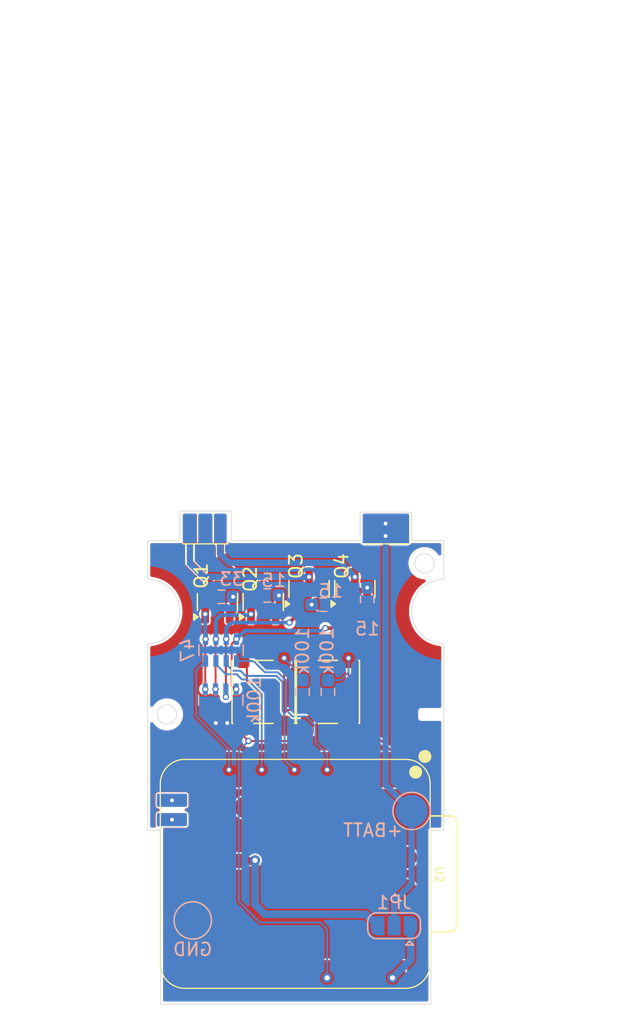
<source format=kicad_pcb>
(kicad_pcb (version 20241229) (generator "pcbnew") (generator_version "9.0")
  (layers (0 "F.Cu" signal) (2 "B.Cu" signal) (13 "F.Paste" user) (15 "B.Paste" user) (5 "F.SilkS" user "F.Silkscreen") (7 "B.SilkS" user "B.Silkscreen") (1 "F.Mask" user) (3 "B.Mask" user) (25 "Edge.Cuts" user))
  (net 0 "")
  (net 1 "+BATT")
  (net 2 "GND")
  (net 3 "/SW1")
  (net 4 "+3.3V")
  (net 5 "/SW2")
  (net 6 "Net-(Q1-S)")
  (net 7 "Net-(Q2-S)")
  (net 8 "/LED_R")
  (net 9 "Net-(Q3-S)")
  (net 10 "Net-(Q4-S)")
  (net 11 "/LED_G")
  (net 12 "/LED_B")
  (net 13 "/LED_W")
  (net 14 "Net-(Q1-G)")
  (net 15 "Net-(Q2-G)")
  (net 16 "Net-(Q3-G)")
  (net 17 "Net-(Q4-G)")
  (net 18 "/PWM_R")
  (net 19 "/PWM_G")
  (net 20 "/PWM_W")
  (net 21 "/PWM_B")
  (net 22 "Net-(JP1-A)")
  (net 23 "Net-(JP1-B)")
  (net 29 "unconnected-(U2-P1.03_NFC2-Pad33)")
  (net 45 "unconnected-(U2-P1.02_NFC1-Pad34)")
  (footprint "Button_Switch_SMD:SW_SPST_PTS647_Sx38" (layer "F.Cu") (at 194 119.25 90)
    (property "Reference" "SW2" (hide yes))
    (property "Value" "SW_Push" (hide yes))
    (fp_line (start 2.45 -2.45) (end 2.45 -2.4) (stroke (width 0.12)) (layer "F.SilkS"))
    (fp_line (start -2.45 -2.45) (end 2.45 -2.45) (stroke (width 0.12)) (layer "F.SilkS"))
    (fp_line (start -2.45 -2.45) (end -2.45 -2.4) (stroke (width 0.12)) (layer "F.SilkS"))
    (fp_line (start 2.45 -0.75) (end 2.45 0.75) (stroke (width 0.12)) (layer "F.SilkS"))
    (fp_line (start -2.45 -0.75) (end -2.45 0.75) (stroke (width 0.12)) (layer "F.SilkS"))
    (fp_line (start 2.45 2.45) (end 2.45 2.4) (stroke (width 0.12)) (layer "F.SilkS"))
    (fp_line (start -2.45 2.45) (end -2.45 2.4) (stroke (width 0.12)) (layer "F.SilkS"))
    (fp_line (start -2.45 2.45) (end 2.45 2.45) (stroke (width 0.12)) (layer "F.SilkS"))
    (pad "1" smd roundrect (at -2.625 -1.6 90) (size 1.55 1) (layers "F.Cu" "F.Mask" "F.Paste") (net 4 "+3.3V"))
    (pad "1" smd roundrect (at 2.625 -1.6 90) (size 1.55 1) (layers "F.Cu" "F.Mask" "F.Paste") (net 4 "+3.3V"))
    (pad "2" smd roundrect (at -2.625 1.6 90) (size 1.55 1) (layers "F.Cu" "F.Mask" "F.Paste") (net 5 "/SW2"))
    (pad "2" smd roundrect (at 2.625 1.6 90) (size 1.55 1) (layers "F.Cu" "F.Mask" "F.Paste") (net 5 "/SW2"))
  )
  (footprint "Package_TO_SOT_SMD:SOT-23" (layer "F.Cu") (at 192.532 111.252 90)
    (property "Reference" "Q3" (at 1.778 -1.016 90) (layer "F.SilkS"))
    (property "Value" "IRLML0030" (hide yes))
    (fp_line (start 0 -1.56) (end 0.65 -1.56) (stroke (width 0.12)) (layer "F.SilkS"))
    (fp_line (start 0 -1.56) (end -0.65 -1.56) (stroke (width 0.12)) (layer "F.SilkS"))
    (fp_line (start 0 1.56) (end 0.65 1.56) (stroke (width 0.12)) (layer "F.SilkS"))
    (fp_line (start 0 1.56) (end -0.65 1.56) (stroke (width 0.12)) (layer "F.SilkS"))
    (fp_poly (pts (xy -1.1625 -1.51) (xy -1.4025 -1.84) (xy -0.9225 -1.84)) (stroke (width 0.12)) (fill yes) (layer "F.SilkS"))
    (pad "1" smd roundrect (at -0.9375 -0.95 90) (size 1.475 0.6) (layers "F.Cu" "F.Mask" "F.Paste") (net 16 "Net-(Q3-G)"))
    (pad "2" smd roundrect (at -0.9375 0.95 90) (size 1.475 0.6) (layers "F.Cu" "F.Mask" "F.Paste") (net 9 "Net-(Q3-S)"))
    (pad "3" smd roundrect (at 0.9375 0 90) (size 1.475 0.6) (layers "F.Cu" "F.Mask" "F.Paste") (net 12 "/LED_B"))
  )
  (footprint "parts:XIAO-nRF54l15-SMD" (layer "F.Cu") (at 191.396244 133.381256)
    (property "Reference" "U2" (at 11.25 0.05 270) (layer "F.SilkS") (effects (font (size 0.635 0.635) (thickness 0.1016))))
    (property "Value" "XIAO-nRF54l15-SMD")
    (fp_line (start -10.414 -6.985) (end -10.414 6.985) (stroke (width 0.1)) (layer "F.SilkS"))
    (fp_line (start -8.509 -8.89) (end 8.636 -8.89) (stroke (width 0.1)) (layer "F.SilkS"))
    (fp_line (start -8.509 8.89) (end 8.636 8.89) (stroke (width 0.1)) (layer "F.SilkS"))
    (fp_line (start 10.541 6.985) (end 10.541 -6.985) (stroke (width 0.1)) (layer "F.SilkS"))
    (fp_line (start 10.553 -4.498) (end 12.094284 -4.497284) (stroke (width 0.127)) (layer "F.SilkS"))
    (fp_line (start 12.094012 4.497988) (end 10.55 4.499) (stroke (width 0.127)) (layer "F.SilkS"))
    (fp_line (start 12.594012 -3.997284) (end 12.594012 3.997988) (stroke (width 0.127)) (layer "F.SilkS"))
    (fp_arc (start -10.414 -6.985) (mid -9.856038 -8.332038) (end -8.509 -8.89) (stroke (width 0.1)) (layer "F.SilkS"))
    (fp_arc (start -8.509 8.89) (mid -9.856038 8.332038) (end -10.414 6.985) (stroke (width 0.1)) (layer "F.SilkS"))
    (fp_arc (start 8.64 -8.89) (mid 9.987038 -8.332038) (end 10.545 -6.985) (stroke (width 0.1)) (layer "F.SilkS"))
    (fp_arc (start 10.541 6.985) (mid 9.983038 8.332038) (end 8.636 8.89) (stroke (width 0.1)) (layer "F.SilkS"))
    (fp_arc (start 12.094284 -4.497284) (mid 12.447619 -4.350707) (end 12.594012 -3.997284) (stroke (width 0.127)) (layer "F.SilkS"))
    (fp_arc (start 12.594012 3.997988) (mid 12.44757 4.351553) (end 12.094012 4.497988) (stroke (width 0.127)) (layer "F.SilkS"))
    (fp_circle (center 9.414012 -7.899012) (end 9.668012 -7.899012) (stroke (width 0.5)) (fill yes) (layer "F.SilkS"))
    (fp_circle (center 10.137012 -9.116012) (end 10.391012 -9.116012) (stroke (width 0.5)) (fill yes) (layer "F.SilkS"))
    (pad "1" smd roundrect (at 7.62 -8.0825 90) (size 2.75 2) (layers "F.Cu" "F.Mask" "F.Paste") (roundrect_rratio 0.1) (net 5 "/SW2"))
    (pad "2" smd roundrect (at 5.08 -8.0825 90) (size 2.75 2) (layers "F.Cu" "F.Mask" "F.Paste") (roundrect_rratio 0.1) (net 3 "/SW1"))
    (pad "3" smd roundrect (at 2.54 -8.0825 90) (size 2.75 2) (layers "F.Cu" "F.Mask" "F.Paste") (roundrect_rratio 0.1) (net 20 "/PWM_W"))
    (pad "4" smd roundrect (at 0 -8.0825 90) (size 2.75 2) (layers "F.Cu" "F.Mask" "F.Paste") (roundrect_rratio 0.1) (net 21 "/PWM_B"))
    (pad "5" smd roundrect (at -2.54 -8.0825 90) (size 2.75 2) (layers "F.Cu" "F.Mask" "F.Paste") (roundrect_rratio 0.1) (net 19 "/PWM_G"))
    (pad "6" smd roundrect (at -5.08 -8.0825 90) (size 2.75 2) (layers "F.Cu" "F.Mask" "F.Paste") (roundrect_rratio 0.1) (net 18 "/PWM_R"))
    (pad "7" smd roundrect (at -7.62 -8.0825 90) (size 2.75 2) (layers "F.Cu" "F.Mask" "F.Paste") (roundrect_rratio 0.1))
    (pad "8" smd roundrect (at -7.62 8.0825 270) (size 2.75 2) (layers "F.Cu" "F.Mask" "F.Paste") (roundrect_rratio 0.1))
    (pad "9" smd roundrect (at -5.08 8.0825 270) (size 2.75 2) (layers "F.Cu" "F.Mask" "F.Paste") (roundrect_rratio 0.1))
    (pad "10" smd roundrect (at -2.54 8.0825 270) (size 2.75 2) (layers "F.Cu" "F.Mask" "F.Paste") (roundrect_rratio 0.1))
    (pad "11" smd roundrect (at 0 8.0825 270) (size 2.75 2) (layers "F.Cu" "F.Mask" "F.Paste") (roundrect_rratio 0.1))
    (pad "12" smd roundrect (at 2.54 8.0825 270) (size 2.75 2) (layers "F.Cu" "F.Mask" "F.Paste") (roundrect_rratio 0.1) (net 4 "+3.3V"))
    (pad "13" smd roundrect (at 5.08 8.0825 270) (size 2.75 2) (layers "F.Cu" "F.Mask" "F.Paste") (roundrect_rratio 0.1) (net 2 "GND"))
    (pad "14" smd roundrect (at 7.62 8.0825 270) (size 2.75 2) (layers "F.Cu" "F.Mask" "F.Paste") (roundrect_rratio 0.1) (net 22 "Net-(JP1-A)"))
    (pad "15" smd circle (at 3.81 5.000994 90) (size 1.7 1.7) (layers "F.Cu" "F.Mask" "F.Paste"))
    (pad "16" smd circle (at 1.27 5.000994 90) (size 1.7 1.7) (layers "F.Cu" "F.Mask" "F.Paste"))
    (pad "17" smd circle (at -1.27 5.000994 90) (size 1.7 1.7) (layers "F.Cu" "F.Mask" "F.Paste"))
    (pad "18" smd circle (at -3.81 5.000994 90) (size 1.7 1.7) (layers "F.Cu" "F.Mask" "F.Paste"))
    (pad "19" smd circle (at -3.81 -5.159006 90) (size 1.7 1.7) (layers "F.Cu" "F.Mask" "F.Paste"))
    (pad "20" smd circle (at -1.27 -5.159006 90) (size 1.7 1.7) (layers "F.Cu" "F.Mask" "F.Paste"))
    (pad "21" smd circle (at 1.27 -5.159006 90) (size 1.7 1.7) (layers "F.Cu" "F.Mask" "F.Paste"))
    (pad "22" smd circle (at 3.81 -5.159006 90) (size 1.7 1.7) (layers "F.Cu" "F.Mask" "F.Paste"))
    (pad "23" smd circle (at 8.65 -1.27 90) (size 1.7 1.7) (layers "F.Cu" "F.Mask" "F.Paste"))
    (pad "24" smd circle (at 8.65 1.27 90) (size 1.7 1.7) (layers "F.Cu" "F.Mask" "F.Paste"))
    (pad "25" smd circle (at 6.11 -1.27 90) (size 1.7 1.7) (layers "F.Cu" "F.Mask" "F.Paste"))
    (pad "26" smd circle (at 6.11 1.27 90) (size 1.7 1.7) (layers "F.Cu" "F.Mask" "F.Paste"))
    (pad "27" smd circle (at 3.57 -1.27 90) (size 1.7 1.7) (layers "F.Cu" "F.Mask" "F.Paste"))
    (pad "28" smd circle (at 3.57 1.27 90) (size 1.7 1.7) (layers "F.Cu" "F.Mask" "F.Paste"))
    (pad "29" smd circle (at 1.03 -1.27 90) (size 1.7 1.7) (layers "F.Cu" "F.Mask" "F.Paste"))
    (pad "30" smd circle (at 1.03 1.27 90) (size 1.7 1.7) (layers "F.Cu" "F.Mask" "F.Paste"))
    (pad "31" smd roundrect (at -4.974811 -1 180) (size 2.5 1.1) (layers "F.Cu" "F.Mask" "F.Paste") (roundrect_rratio 0.1) (net 23 "Net-(JP1-B)"))
    (pad "32" smd roundrect (at -4.974811 1 180) (size 2.5 1.1) (layers "F.Cu" "F.Mask" "F.Paste") (roundrect_rratio 0.1) (net 2 "GND"))
    (pad "33" smd roundrect (at -9.5 -5.711 180) (size 2.3 1) (layers "F.Cu" "F.Mask" "F.Paste") (roundrect_rratio 0.1) (net 29 "unconnected-(U2-P1.03_NFC2-Pad33)"))
    (pad "34" smd roundrect (at -9.5 -4.211 180) (size 2.3 1) (layers "F.Cu" "F.Mask" "F.Paste") (roundrect_rratio 0.1) (net 45 "unconnected-(U2-P1.02_NFC1-Pad34)"))
  )
  (footprint "Package_TO_SOT_SMD:SOT-23" (layer "F.Cu") (at 196.088 111.252 90)
    (property "Reference" "Q4" (at 1.778 -1.016 90) (layer "F.SilkS"))
    (property "Value" "IRLML0030" (hide yes))
    (fp_line (start 0 -1.56) (end 0.65 -1.56) (stroke (width 0.12)) (layer "F.SilkS"))
    (fp_line (start 0 -1.56) (end -0.65 -1.56) (stroke (width 0.12)) (layer "F.SilkS"))
    (fp_line (start 0 1.56) (end 0.65 1.56) (stroke (width 0.12)) (layer "F.SilkS"))
    (fp_line (start 0 1.56) (end -0.65 1.56) (stroke (width 0.12)) (layer "F.SilkS"))
    (fp_poly (pts (xy -1.1625 -1.51) (xy -1.4025 -1.84) (xy -0.9225 -1.84)) (stroke (width 0.12)) (fill yes) (layer "F.SilkS"))
    (pad "1" smd roundrect (at -0.9375 -0.95 90) (size 1.475 0.6) (layers "F.Cu" "F.Mask" "F.Paste") (net 17 "Net-(Q4-G)"))
    (pad "2" smd roundrect (at -0.9375 0.95 90) (size 1.475 0.6) (layers "F.Cu" "F.Mask" "F.Paste") (net 10 "Net-(Q4-S)"))
    (pad "3" smd roundrect (at 0.9375 0 90) (size 1.475 0.6) (layers "F.Cu" "F.Mask" "F.Paste") (net 13 "/LED_W"))
  )
  (footprint "Package_TO_SOT_SMD:SOT-23" (layer "F.Cu") (at 188.976 112.268 90)
    (property "Reference" "Q2" (at 1.778 -1.016 90) (layer "F.SilkS"))
    (property "Value" "IRLML0030" (hide yes))
    (fp_line (start 0 -1.56) (end 0.65 -1.56) (stroke (width 0.12)) (layer "F.SilkS"))
    (fp_line (start 0 -1.56) (end -0.65 -1.56) (stroke (width 0.12)) (layer "F.SilkS"))
    (fp_line (start 0 1.56) (end 0.65 1.56) (stroke (width 0.12)) (layer "F.SilkS"))
    (fp_line (start 0 1.56) (end -0.65 1.56) (stroke (width 0.12)) (layer "F.SilkS"))
    (fp_poly (pts (xy -1.1625 -1.51) (xy -1.4025 -1.84) (xy -0.9225 -1.84)) (stroke (width 0.12)) (fill yes) (layer "F.SilkS"))
    (pad "1" smd roundrect (at -0.9375 -0.95 90) (size 1.475 0.6) (layers "F.Cu" "F.Mask" "F.Paste") (net 15 "Net-(Q2-G)"))
    (pad "2" smd roundrect (at -0.9375 0.95 90) (size 1.475 0.6) (layers "F.Cu" "F.Mask" "F.Paste") (net 7 "Net-(Q2-S)"))
    (pad "3" smd roundrect (at 0.9375 0 90) (size 1.475 0.6) (layers "F.Cu" "F.Mask" "F.Paste") (net 11 "/LED_G"))
  )
  (footprint "Button_Switch_SMD:SW_SPST_PTS647_Sx38" (layer "F.Cu") (at 189 119.25 90)
    (property "Reference" "SW1" (hide yes))
    (property "Value" "SW_Push" (hide yes))
    (fp_line (start 2.45 -2.45) (end 2.45 -2.4) (stroke (width 0.12)) (layer "F.SilkS"))
    (fp_line (start -2.45 -2.45) (end 2.45 -2.45) (stroke (width 0.12)) (layer "F.SilkS"))
    (fp_line (start -2.45 -2.45) (end -2.45 -2.4) (stroke (width 0.12)) (layer "F.SilkS"))
    (fp_line (start 2.45 -0.75) (end 2.45 0.75) (stroke (width 0.12)) (layer "F.SilkS"))
    (fp_line (start -2.45 -0.75) (end -2.45 0.75) (stroke (width 0.12)) (layer "F.SilkS"))
    (fp_line (start 2.45 2.45) (end 2.45 2.4) (stroke (width 0.12)) (layer "F.SilkS"))
    (fp_line (start -2.45 2.45) (end -2.45 2.4) (stroke (width 0.12)) (layer "F.SilkS"))
    (fp_line (start -2.45 2.45) (end 2.45 2.45) (stroke (width 0.12)) (layer "F.SilkS"))
    (pad "1" smd roundrect (at -2.625 -1.6 90) (size 1.55 1) (layers "F.Cu" "F.Mask" "F.Paste") (net 4 "+3.3V"))
    (pad "1" smd roundrect (at 2.625 -1.6 90) (size 1.55 1) (layers "F.Cu" "F.Mask" "F.Paste") (net 4 "+3.3V"))
    (pad "2" smd roundrect (at -2.625 1.6 90) (size 1.55 1) (layers "F.Cu" "F.Mask" "F.Paste") (net 3 "/SW1"))
    (pad "2" smd roundrect (at 2.625 1.6 90) (size 1.55 1) (layers "F.Cu" "F.Mask" "F.Paste") (net 3 "/SW1"))
  )
  (footprint "Package_TO_SOT_SMD:SOT-23" (layer "F.Cu") (at 185.42 112.268 90)
    (property "Reference" "Q1" (at 2.032 -1.27 90) (layer "F.SilkS"))
    (property "Value" "IRLML0030" (hide yes))
    (fp_line (start 0 -1.56) (end 0.65 -1.56) (stroke (width 0.12)) (layer "F.SilkS"))
    (fp_line (start 0 -1.56) (end -0.65 -1.56) (stroke (width 0.12)) (layer "F.SilkS"))
    (fp_line (start 0 1.56) (end 0.65 1.56) (stroke (width 0.12)) (layer "F.SilkS"))
    (fp_line (start 0 1.56) (end -0.65 1.56) (stroke (width 0.12)) (layer "F.SilkS"))
    (fp_poly (pts (xy -1.1625 -1.51) (xy -1.4025 -1.84) (xy -0.9225 -1.84)) (stroke (width 0.12)) (fill yes) (layer "F.SilkS"))
    (pad "1" smd roundrect (at -0.9375 -0.95 90) (size 1.475 0.6) (layers "F.Cu" "F.Mask" "F.Paste") (net 14 "Net-(Q1-G)"))
    (pad "2" smd roundrect (at -0.9375 0.95 90) (size 1.475 0.6) (layers "F.Cu" "F.Mask" "F.Paste") (net 6 "Net-(Q1-S)"))
    (pad "3" smd roundrect (at 0.9375 0 90) (size 1.475 0.6) (layers "F.Cu" "F.Mask" "F.Paste") (net 8 "/LED_R"))
  )
  (footprint "Resistor_SMD:R_Array_Concave_4x0603" (layer "B.Cu") (at 185.674 119.888 -90)
    (property "Reference" "RN2" (hide yes))
    (property "Value" "100k" (at 0 -2.6 90) (layer "B.SilkS") (effects (justify mirror)))
    (fp_line (start 0.4 1.72) (end -0.4 1.72) (stroke (width 0.12)) (layer "B.SilkS"))
    (fp_line (start 0.4 -1.72) (end -0.4 -1.72) (stroke (width 0.12)) (layer "B.SilkS"))
    (pad "1" smd rect (at -0.85 1.2 270) (size 0.9 0.4) (layers "B.Cu" "B.Mask" "B.Paste") (net 14 "Net-(Q1-G)"))
    (pad "2" smd rect (at -0.85 0.4 270) (size 0.9 0.4) (layers "B.Cu" "B.Mask" "B.Paste") (net 15 "Net-(Q2-G)"))
    (pad "3" smd rect (at -0.85 -0.4 270) (size 0.9 0.4) (layers "B.Cu" "B.Mask" "B.Paste") (net 16 "Net-(Q3-G)"))
    (pad "4" smd rect (at -0.85 -1.2 270) (size 0.9 0.4) (layers "B.Cu" "B.Mask" "B.Paste") (net 17 "Net-(Q4-G)"))
    (pad "5" smd rect (at 0.85 -1.2 270) (size 0.9 0.4) (layers "B.Cu" "B.Mask" "B.Paste") (net 2 "GND"))
    (pad "6" smd rect (at 0.85 -0.4 270) (size 0.9 0.4) (layers "B.Cu" "B.Mask" "B.Paste") (net 2 "GND"))
    (pad "7" smd rect (at 0.85 0.4 270) (size 0.9 0.4) (layers "B.Cu" "B.Mask" "B.Paste") (net 2 "GND"))
    (pad "8" smd rect (at 0.85 1.2 270) (size 0.9 0.4) (layers "B.Cu" "B.Mask" "B.Paste") (net 2 "GND"))
  )
  (footprint "Resistor_SMD:R_0603_1608Metric_Pad0.98x0.95mm_HandSolder" (layer "B.Cu") (at 185.7248 111.8616 180)
    (property "Reference" "R7" (hide yes))
    (property "Value" "33" (at -0.8128 1.3716 0) (layer "B.SilkS") (effects (justify mirror)))
    (fp_line (start -0.254724 0.5225) (end 0.254724 0.5225) (stroke (width 0.12)) (layer "B.SilkS"))
    (fp_line (start -0.254724 -0.5225) (end 0.254724 -0.5225) (stroke (width 0.12)) (layer "B.SilkS"))
    (pad "1" smd roundrect (at -0.9125 0 180) (size 0.975 0.95) (layers "B.Cu" "B.Mask" "B.Paste") (net 6 "Net-(Q1-S)"))
    (pad "2" smd roundrect (at 0.9125 0 180) (size 0.975 0.95) (layers "B.Cu" "B.Mask" "B.Paste") (net 2 "GND"))
  )
  (footprint "Resistor_SMD:R_0603_1608Metric_Pad0.98x0.95mm_HandSolder" (layer "B.Cu") (at 193.6496 112.4712)
    (property "Reference" "R9" (hide yes))
    (property "Value" "15" (at 0.5588 -1.0668 0) (layer "B.SilkS") (effects (justify mirror)))
    (fp_line (start -0.254724 -0.5225) (end 0.254724 -0.5225) (stroke (width 0.12)) (layer "B.SilkS"))
    (fp_line (start -0.254724 0.5225) (end 0.254724 0.5225) (stroke (width 0.12)) (layer "B.SilkS"))
    (pad "1" smd roundrect (at -0.9125 0) (size 0.975 0.95) (layers "B.Cu" "B.Mask" "B.Paste") (net 9 "Net-(Q3-S)"))
    (pad "2" smd roundrect (at 0.9125 0) (size 0.975 0.95) (layers "B.Cu" "B.Mask" "B.Paste") (net 2 "GND"))
  )
  (footprint "TestPoint:TestPoint_Pad_D2.5mm" (layer "B.Cu") (at 200.5 128.5 180)
    (property "Reference" "J1" (hide yes))
    (property "Value" "+BATT" (at 3 -1.5 0) (layer "B.SilkS") (effects (justify mirror)))
    (fp_circle (center 0 0) (end 0 -1.45) (stroke (width 0.12)) (fill no) (layer "B.SilkS"))
    (pad "1" smd circle (at 0 0 180) (size 2.5 2.5) (layers "B.Cu" "B.Mask") (net 1 "+BATT"))
  )
  (footprint "Resistor_SMD:R_0603_1608Metric_Pad0.98x0.95mm_HandSolder" (layer "B.Cu") (at 194 119.25 -90)
    (property "Reference" "R6" (hide yes))
    (property "Value" "100k" (at -3.172 0.071 90) (layer "B.SilkS") (effects (justify mirror)))
    (fp_line (start -0.254724 0.5225) (end 0.254724 0.5225) (stroke (width 0.12)) (layer "B.SilkS"))
    (fp_line (start -0.254724 -0.5225) (end 0.254724 -0.5225) (stroke (width 0.12)) (layer "B.SilkS"))
    (pad "1" smd roundrect (at -0.9125 0 270) (size 0.975 0.95) (layers "B.Cu" "B.Mask" "B.Paste") (net 5 "/SW2"))
    (pad "2" smd roundrect (at 0.9125 0 270) (size 0.975 0.95) (layers "B.Cu" "B.Mask" "B.Paste") (net 2 "GND"))
  )
  (footprint "Resistor_SMD:R_0603_1608Metric_Pad0.98x0.95mm_HandSolder" (layer "B.Cu") (at 197.0532 112.0648 -90)
    (property "Reference" "R10" (hide yes))
    (property "Value" "15" (at 2.286 0 0) (layer "B.SilkS") (effects (justify mirror)))
    (fp_line (start -0.254724 0.5225) (end 0.254724 0.5225) (stroke (width 0.12)) (layer "B.SilkS"))
    (fp_line (start -0.254724 -0.5225) (end 0.254724 -0.5225) (stroke (width 0.12)) (layer "B.SilkS"))
    (pad "1" smd roundrect (at -0.9125 0 270) (size 0.975 0.95) (layers "B.Cu" "B.Mask" "B.Paste") (net 10 "Net-(Q4-S)"))
    (pad "2" smd roundrect (at 0.9125 0 270) (size 0.975 0.95) (layers "B.Cu" "B.Mask" "B.Paste") (net 2 "GND"))
  )
  (footprint "Resistor_SMD:R_0603_1608Metric_Pad0.98x0.95mm_HandSolder" (layer "B.Cu") (at 189.2808 111.76 180)
    (property "Reference" "R8" (hide yes))
    (property "Value" "15" (at -0.508 1.1684 0) (layer "B.SilkS") (effects (justify mirror)))
    (fp_line (start -0.254724 0.5225) (end 0.254724 0.5225) (stroke (width 0.12)) (layer "B.SilkS"))
    (fp_line (start -0.254724 -0.5225) (end 0.254724 -0.5225) (stroke (width 0.12)) (layer "B.SilkS"))
    (pad "1" smd roundrect (at -0.9125 0 180) (size 0.975 0.95) (layers "B.Cu" "B.Mask" "B.Paste") (net 7 "Net-(Q2-S)"))
    (pad "2" smd roundrect (at 0.9125 0 180) (size 0.975 0.95) (layers "B.Cu" "B.Mask" "B.Paste") (net 2 "GND"))
  )
  (footprint "TestPoint:TestPoint_Pad_D2.5mm" (layer "B.Cu") (at 183.5 137 180)
    (property "Reference" "J2" (hide yes))
    (property "Value" "GND" (at 0 -2.25 0) (layer "B.SilkS") (effects (justify mirror)))
    (fp_circle (center 0 0) (end 0 -1.45) (stroke (width 0.12)) (fill no) (layer "B.SilkS"))
    (pad "1" smd circle (at 0 0 180) (size 2.5 2.5) (layers "B.Cu" "B.Mask") (net 2 "GND"))
  )
  (footprint "Resistor_SMD:R_0603_1608Metric_Pad0.98x0.95mm_HandSolder" (layer "B.Cu") (at 192.024 119.25 -90)
    (property "Reference" "R5" (hide yes))
    (property "Value" "100k" (at -3.172 0 90) (layer "B.SilkS") (effects (justify mirror)))
    (fp_line (start -0.254724 0.5225) (end 0.254724 0.5225) (stroke (width 0.12)) (layer "B.SilkS"))
    (fp_line (start -0.254724 -0.5225) (end 0.254724 -0.5225) (stroke (width 0.12)) (layer "B.SilkS"))
    (pad "1" smd roundrect (at -0.9125 0 270) (size 0.975 0.95) (layers "B.Cu" "B.Mask" "B.Paste") (net 3 "/SW1"))
    (pad "2" smd roundrect (at 0.9125 0 270) (size 0.975 0.95) (layers "B.Cu" "B.Mask" "B.Paste") (net 2 "GND"))
  )
  (footprint "Resistor_SMD:R_Array_Concave_4x0603" (layer "B.Cu") (at 185.7 116 90)
    (property "Reference" "RN1" (hide yes))
    (property "Value" "47" (at 0 -2.6 90) (layer "B.SilkS") (effects (justify mirror)))
    (fp_line (start 0.4 -1.72) (end -0.4 -1.72) (stroke (width 0.12)) (layer "B.SilkS"))
    (fp_line (start 0.4 1.72) (end -0.4 1.72) (stroke (width 0.12)) (layer "B.SilkS"))
    (pad "1" smd rect (at -0.85 1.2 90) (size 0.9 0.4) (layers "B.Cu" "B.Mask" "B.Paste") (net 20 "/PWM_W"))
    (pad "2" smd rect (at -0.85 0.4 90) (size 0.9 0.4) (layers "B.Cu" "B.Mask" "B.Paste") (net 21 "/PWM_B"))
    (pad "3" smd rect (at -0.85 -0.4 90) (size 0.9 0.4) (layers "B.Cu" "B.Mask" "B.Paste") (net 19 "/PWM_G"))
    (pad "4" smd rect (at -0.85 -1.2 90) (size 0.9 0.4) (layers "B.Cu" "B.Mask" "B.Paste") (net 18 "/PWM_R"))
    (pad "5" smd rect (at 0.85 -1.2 90) (size 0.9 0.4) (layers "B.Cu" "B.Mask" "B.Paste") (net 14 "Net-(Q1-G)"))
    (pad "6" smd rect (at 0.85 -0.4 90) (size 0.9 0.4) (layers "B.Cu" "B.Mask" "B.Paste") (net 15 "Net-(Q2-G)"))
    (pad "7" smd rect (at 0.85 0.4 90) (size 0.9 0.4) (layers "B.Cu" "B.Mask" "B.Paste") (net 16 "Net-(Q3-G)"))
    (pad "8" smd rect (at 0.85 1.2 90) (size 0.9 0.4) (layers "B.Cu" "B.Mask" "B.Paste") (net 17 "Net-(Q4-G)"))
  )
  (footprint "Jumper:SolderJumper-3_P1.3mm_Open_RoundedPad1.0x1.5mm" (layer "B.Cu") (at 199.136 137.414 180)
    (property "Reference" "JP1" (at 0 1.8 0) (layer "B.SilkS") (effects (justify mirror)))
    (property "Value" "LiPo?")
    (fp_line (start 2.05 0.3) (end 2.05 -0.3) (stroke (width 0.12)) (layer "B.SilkS"))
    (fp_line (start 1.4 -1) (end -1.4 -1) (stroke (width 0.12)) (layer "B.SilkS"))
    (fp_line (start -1.2 -1.2) (end -0.9 -1.5) (stroke (width 0.12)) (layer "B.SilkS"))
    (fp_line (start -1.2 -1.2) (end -1.5 -1.5) (stroke (width 0.12)) (layer "B.SilkS"))
    (fp_line (start -1.4 1) (end 1.4 1) (stroke (width 0.12)) (layer "B.SilkS"))
    (fp_line (start -1.5 -1.5) (end -0.9 -1.5) (stroke (width 0.12)) (layer "B.SilkS"))
    (fp_line (start -2.05 -0.3) (end -2.05 0.3) (stroke (width 0.12)) (layer "B.SilkS"))
    (fp_arc (start 2.05 0.3) (mid 1.844975 0.794975) (end 1.35 1) (stroke (width 0.12)) (layer "B.SilkS"))
    (fp_arc (start 1.35 -1) (mid 1.844975 -0.794975) (end 2.05 -0.3) (stroke (width 0.12)) (layer "B.SilkS"))
    (fp_arc (start -1.35 1) (mid -1.844975 0.794975) (end -2.05 0.3) (stroke (width 0.12)) (layer "B.SilkS"))
    (fp_arc (start -2.05 -0.3) (mid -1.844975 -0.794975) (end -1.35 -1) (stroke (width 0.12)) (layer "B.SilkS"))
    (pad "1" smd custom (at -1.3 0 180) (size 1 0.5) (layers "B.Cu" "B.Mask") (net 22 "Net-(JP1-A)") (options (clearance outline) (anchor rect)) (primitives (gr_circle (center 0 -0.25) (end 0.5 -0.25) (width 0) (fill yes)) (gr_circle (center 0 0.25) (end 0.5 0.25) (width 0) (fill yes)) (gr_poly (pts (xy 0.55 -0.75) (xy 0 -0.75) (xy 0 0.75) (xy 0.55 0.75)) (width 0) (fill yes))))
    (pad "2" smd rect (at 0 0 180) (size 1 1.5) (layers "B.Cu" "B.Mask") (net 1 "+BATT"))
    (pad "3" smd custom (at 1.3 0 180) (size 1 0.5) (layers "B.Cu" "B.Mask") (net 23 "Net-(JP1-B)") (options (clearance outline) (anchor rect)) (primitives (gr_circle (center 0 -0.25) (end 0.5 -0.25) (width 0) (fill yes)) (gr_circle (center 0 0.25) (end 0.5 0.25) (width 0) (fill yes)) (gr_poly (pts (xy 0 -0.75) (xy -0.55 -0.75) (xy -0.55 0.75) (xy 0 0.75)) (width 0) (fill yes))))
  )
  (gr_line (start 196.75 107.75) (end 200.25 107.75) (stroke (width 0.1)) (layer "F.SilkS"))
  (gr_line (start 186.25 107.75) (end 182.75 107.75) (stroke (width 0.1)) (layer "F.SilkS"))
  (gr_circle (center 181.5 121) (end 181.5 120.25) (stroke (width 0.05)) (fill no) (layer "Edge.Cuts"))
  (gr_line (start 202 130) (end 202 143.5) (stroke (width 0.05)) (layer "Edge.Cuts"))
  (gr_line (start 196.5 105.3) (end 196.5 107.5) (stroke (width 0.05)) (layer "Edge.Cuts"))
  (gr_line (start 203 115.5) (end 203 130) (stroke (width 0.05)) (layer "Edge.Cuts"))
  (gr_arc (start 203 115.5) (mid 200.5 113) (end 203 110.5) (stroke (width 0.05)) (layer "Edge.Cuts"))
  (gr_line (start 200.5 105.3) (end 196.5 105.3) (stroke (width 0.05)) (layer "Edge.Cuts"))
  (gr_line (start 180 107.5) (end 182.5 107.5) (stroke (width 0.05)) (layer "Edge.Cuts"))
  (gr_line (start 186.5 105.2) (end 186.5 107.5) (stroke (width 0.05)) (layer "Edge.Cuts"))
  (gr_line (start 202 143.5) (end 181 143.5) (stroke (width 0.05)) (layer "Edge.Cuts"))
  (gr_line (start 196.5 107.5) (end 186.5 107.5) (stroke (width 0.05)) (layer "Edge.Cuts"))
  (gr_circle (center 201.5 109.25) (end 201.5 108.5) (stroke (width 0.05)) (fill no) (layer "Edge.Cuts"))
  (gr_line (start 181 130) (end 181 143.5) (stroke (width 0.05)) (layer "Edge.Cuts"))
  (gr_arc (start 180 110.5) (mid 182.5 113) (end 180 115.5) (stroke (width 0.05)) (layer "Edge.Cuts"))
  (gr_line (start 203 130) (end 202 130) (stroke (width 0.05)) (layer "Edge.Cuts"))
  (gr_line (start 180 110.5) (end 180 107.5) (stroke (width 0.05)) (layer "Edge.Cuts"))
  (gr_line (start 203 110.5) (end 203 107.5) (stroke (width 0.05)) (layer "Edge.Cuts"))
  (gr_line (start 200.5 107.5) (end 203 107.5) (stroke (width 0.05)) (layer "Edge.Cuts"))
  (gr_line (start 180 130) (end 181 130) (stroke (width 0.05)) (layer "Edge.Cuts"))
  (gr_line (start 180 130) (end 180 115.5) (stroke (width 0.05)) (layer "Edge.Cuts"))
  (gr_line (start 182.5 105.2) (end 186.5 105.2) (stroke (width 0.05)) (layer "Edge.Cuts"))
  (gr_line (start 182.5 107.5) (end 182.5 105.2) (stroke (width 0.05)) (layer "Edge.Cuts"))
  (gr_line (start 200.5 107.5) (end 200.5 105.3) (stroke (width 0.05)) (layer "Edge.Cuts"))
  (via (at 198.4756 107.1372) (size 0.6) (drill 0.3) (layers "F.Cu" "B.Cu") (net 1))
  (via (at 198.4756 106.172) (size 0.6) (drill 0.3) (layers "F.Cu" "B.Cu") (net 1))
  (segment (start 200.5 134.145) (end 199.136 135.509) (width 0.5) (layer "B.Cu") (net 1))
  (segment (start 199.136 135.509) (end 199.136 137.414) (width 0.5) (layer "B.Cu") (net 1))
  (segment (start 200.5 128.5) (end 200.5 134.145) (width 0.5) (layer "B.Cu") (net 1))
  (segment (start 200.5 128.5) (end 198.4756 126.4756) (width 0.5) (layer "B.Cu") (net 1))
  (segment (start 198.4756 126.4756) (end 198.4756 107.1372) (width 0.5) (layer "B.Cu") (net 1))
  (via (at 186.182 121.666) (size 0.5) (drill 0.3) (layers "F.Cu" "B.Cu") (net 2))
  (via (at 185.293 121.666) (size 0.5) (drill 0.3) (layers "F.Cu" "B.Cu") (net 2))
  (segment (start 196.476244 123.32744) (end 196.074804 122.926) (width 0.15) (layer "F.Cu") (net 3))
  (segment (start 193.802 121.539) (end 192.913 120.65) (width 0.15) (layer "F.Cu") (net 3))
  (segment (start 194.554001 122.926) (end 193.802 122.173999) (width 0.15) (layer "F.Cu") (net 3))
  (segment (start 190.854 120.65) (end 190.6 120.904) (width 0.15) (layer "F.Cu") (net 3))
  (segment (start 193.802 122.173999) (end 193.802 121.539) (width 0.15) (layer "F.Cu") (net 3))
  (segment (start 190.6 121.875) (end 190.6 116.625) (width 0.15) (layer "F.Cu") (net 3))
  (segment (start 192.913 120.65) (end 190.854 120.65) (width 0.15) (layer "F.Cu") (net 3))
  (segment (start 196.476244 125.298756) (end 196.476244 123.32744) (width 0.15) (layer "F.Cu") (net 3))
  (segment (start 196.074804 122.926) (end 194.554001 122.926) (width 0.15) (layer "F.Cu") (net 3))
  (via (at 190.6 116.625) (size 0.5) (drill 0.3) (layers "F.Cu" "B.Cu") (net 3))
  (segment (start 192.024 118.3375) (end 192.024 118.049) (width 0.15) (layer "B.Cu") (net 3))
  (segment (start 192.024 118.049) (end 190.6 116.625) (width 0.15) (layer "B.Cu") (net 3))
  (segment (start 187.833 123.063) (end 187.4 122.63) (width 0.15) (layer "F.Cu") (net 4))
  (segment (start 187.706 116.931) (end 187.4 116.625) (width 0.15) (layer "F.Cu") (net 4))
  (segment (start 192.4 121.875) (end 192.4 122.814) (width 0.15) (layer "F.Cu") (net 4))
  (segment (start 192.4 116.625) (end 192.4 116.073) (width 0.15) (layer "F.Cu") (net 4))
  (segment (start 191.901 115.574) (end 187.829 115.574) (width 0.15) (layer "F.Cu") (net 4))
  (segment (start 187.829 115.574) (end 187.4 116.003) (width 0.15) (layer "F.Cu") (net 4))
  (segment (start 192.4 122.814) (end 192.151 123.063) (width 0.15) (layer "F.Cu") (net 4))
  (segment (start 192.4 116.073) (end 191.901 115.574) (width 0.15) (layer "F.Cu") (net 4))
  (segment (start 187.4 122.63) (end 187.4 121.875) (width 0.15) (layer "F.Cu") (net 4))
  (segment (start 187.4 121.875) (end 187.706 121.569) (width 0.15) (layer "F.Cu") (net 4))
  (segment (start 192.151 123.063) (end 187.833 123.063) (width 0.15) (layer "F.Cu") (net 4))
  (segment (start 187.706 121.569) (end 187.706 116.931) (width 0.15) (layer "F.Cu") (net 4))
  (segment (start 187.4 116.003) (end 187.4 116.625) (width 0.15) (layer "F.Cu") (net 4))
  (via (at 193.936244 141.463756) (size 0.8) (drill 0.4) (layers "F.Cu" "B.Cu") (net 4))
  (via (at 187.833 123.063) (size 0.5) (drill 0.3) (layers "F.Cu" "B.Cu") (net 4))
  (segment (start 193.421 137.16) (end 188.722 137.16) (width 0.15) (layer "B.Cu") (net 4))
  (segment (start 193.936244 137.675244) (end 193.421 137.16) (width 0.15) (layer "B.Cu") (net 4))
  (segment (start 193.936244 141.463756) (end 193.936244 137.675244) (width 0.15) (layer "B.Cu") (net 4))
  (segment (start 187.071 135.509) (end 187.071 123.825) (width 0.15) (layer "B.Cu") (net 4))
  (segment (start 188.722 137.16) (end 187.071 135.509) (width 0.15) (layer "B.Cu") (net 4))
  (segment (start 187.071 123.825) (end 187.833 123.063) (width 0.15) (layer "B.Cu") (net 4))
  (segment (start 196.967488 121.875) (end 195.6 121.875) (width 0.15) (layer "F.Cu") (net 5))
  (segment (start 199.016244 125.298756) (end 199.016244 123.923756) (width 0.15) (layer "F.Cu") (net 5))
  (segment (start 199.016244 123.923756) (end 196.967488 121.875) (width 0.15) (layer "F.Cu") (net 5))
  (segment (start 195.6 116.625) (end 195.6 121.875) (width 0.15) (layer "F.Cu") (net 5))
  (via (at 195.6 116.625) (size 0.5) (drill 0.3) (layers "F.Cu" "B.Cu") (net 5))
  (segment (start 194 118.3375) (end 194.9715 118.3375) (width 0.15) (layer "B.Cu") (net 5))
  (segment (start 194.9715 118.3375) (end 195.6 117.709) (width 0.15) (layer "B.Cu") (net 5))
  (segment (start 195.6 117.709) (end 195.6 116.625) (width 0.15) (layer "B.Cu") (net 5))
  (segment (start 186.6373 111.8616) (end 186.6373 112.9382) (width 0.5) (layer "F.Cu") (net 6))
  (segment (start 186.6373 112.9382) (end 186.37 113.2055) (width 0.5) (layer "F.Cu") (net 6))
  (via (at 186.6373 111.8616) (size 0.5) (drill 0.3) (layers "F.Cu" "B.Cu") (net 6))
  (segment (start 190.1933 112.9382) (end 189.926 113.2055) (width 0.5) (layer "F.Cu") (net 7))
  (segment (start 190.1933 111.76) (end 190.1933 112.9382) (width 0.5) (layer "F.Cu") (net 7))
  (via (at 190.1933 111.76) (size 0.5) (drill 0.3) (layers "F.Cu" "B.Cu") (net 7))
  (segment (start 183.2864 109.1969) (end 185.42 111.3305) (width 0.5) (layer "F.Cu") (net 8))
  (segment (start 183.2864 107.4928) (end 183.2864 109.1969) (width 0.5) (layer "F.Cu") (net 8))
  (segment (start 193.0188 112.1895) (end 192.7371 112.4712) (width 0.5) (layer "F.Cu") (net 9))
  (segment (start 193.482 112.1895) (end 193.0188 112.1895) (width 0.5) (layer "F.Cu") (net 9))
  (via (at 192.7371 112.4712) (size 0.5) (drill 0.3) (layers "F.Cu" "B.Cu") (net 9))
  (segment (start 197.038 111.1675) (end 197.0532 111.1523) (width 0.5) (layer "F.Cu") (net 10))
  (segment (start 197.038 112.1895) (end 197.038 111.1675) (width 0.5) (layer "F.Cu") (net 10))
  (via (at 197.0532 111.1523) (size 0.5) (drill 0.3) (layers "F.Cu" "B.Cu") (net 10))
  (segment (start 187.7875 110.142) (end 186.85 110.142) (width 0.5) (layer "F.Cu") (net 11))
  (segment (start 185.674 108.966) (end 185.674 107.3912) (width 0.5) (layer "F.Cu") (net 11))
  (segment (start 186.85 110.142) (end 185.674 108.966) (width 0.5) (layer "F.Cu") (net 11))
  (segment (start 188.976 111.3305) (end 187.7875 110.142) (width 0.5) (layer "F.Cu") (net 11))
  (via (at 192.532 110.3145) (size 0.5) (drill 0.3) (layers "F.Cu" "B.Cu") (net 12))
  (segment (start 184.0992 110.0836) (end 183.2864 109.2708) (width 0.5) (layer "B.Cu") (net 12))
  (segment (start 192.532 110.3145) (end 184.3301 110.3145) (width 0.5) (layer "B.Cu") (net 12))
  (segment (start 184.3301 110.3145) (end 184.0992 110.0836) (width 0.5) (layer "B.Cu") (net 12))
  (segment (start 183.2864 109.2708) (end 183.2864 107.3912) (width 0.5) (layer "B.Cu") (net 12))
  (via (at 196.088 110.3145) (size 0.5) (drill 0.3) (layers "F.Cu" "B.Cu") (net 13))
  (segment (start 194.9935 109.22) (end 188.0108 109.22) (width 0.5) (layer "B.Cu") (net 13))
  (segment (start 185.8264 108.712) (end 185.6232 108.5088) (width 0.5) (layer "B.Cu") (net 13))
  (segment (start 185.6232 108.3056) (end 185.6232 107.442) (width 0.5) (layer "B.Cu") (net 13))
  (segment (start 185.6232 107.442) (end 185.674 107.3912) (width 0.5) (layer "B.Cu") (net 13))
  (segment (start 185.6232 108.5088) (end 185.6232 108.3056) (width 0.5) (layer "B.Cu") (net 13))
  (segment (start 196.088 110.3145) (end 194.9935 109.22) (width 0.5) (layer "B.Cu") (net 13))
  (segment (start 188.0108 109.22) (end 186.3344 109.22) (width 0.5) (layer "B.Cu") (net 13))
  (segment (start 186.3344 109.22) (end 185.8264 108.712) (width 0.5) (layer "B.Cu") (net 13))
  (segment (start 184.474 119.038) (end 184.474 115.176) (width 0.15) (layer "F.Cu") (net 14))
  (segment (start 184.474 115.176) (end 184.5 115.15) (width 0.15) (layer "F.Cu") (net 14))
  (via (at 184.47 113.2055) (size 0.5) (drill 0.3) (layers "F.Cu" "B.Cu") (net 14))
  (via (at 184.474 119.038) (size 0.5) (drill 0.3) (layers "F.Cu" "B.Cu") (net 14))
  (via (at 184.5 115.15) (size 0.5) (drill 0.3) (layers "F.Cu" "B.Cu") (net 14))
  (segment (start 184.47 113.2055) (end 184.47 115.12) (width 0.3) (layer "B.Cu") (net 14))
  (segment (start 185.274 115.176) (end 185.3 115.15) (width 0.15) (layer "F.Cu") (net 15))
  (segment (start 185.274 119.038) (end 185.274 115.176) (width 0.15) (layer "F.Cu") (net 15))
  (via (at 185.274 119.038) (size 0.5) (drill 0.3) (layers "F.Cu" "B.Cu") (net 15))
  (via (at 185.3 115.15) (size 0.5) (drill 0.3) (layers "F.Cu" "B.Cu") (net 15))
  (via (at 188.026 113.2055) (size 0.5) (drill 0.3) (layers "F.Cu" "B.Cu") (net 15))
  (segment (start 187.9475 113.284) (end 188.026 113.2055) (width 0.3) (layer "B.Cu") (net 15))
  (segment (start 185.3 115.15) (end 185.3 113.658) (width 0.3) (layer "B.Cu") (net 15))
  (segment (start 185.3 113.658) (end 185.674 113.284) (width 0.3) (layer "B.Cu") (net 15))
  (segment (start 185.674 113.284) (end 187.9475 113.284) (width 0.3) (layer "B.Cu") (net 15))
  (segment (start 191.008 113.865) (end 191.516 113.357) (width 0.3) (layer "F.Cu") (net 16))
  (segment (start 186.074 119.634) (end 186.074 115.176) (width 0.15) (layer "F.Cu") (net 16))
  (segment (start 191.582 112.71) (end 191.582 112.1895) (width 0.3) (layer "F.Cu") (net 16))
  (segment (start 191.516 113.357) (end 191.516 112.2555) (width 0.3) (layer "F.Cu") (net 16))
  (segment (start 186.074 115.176) (end 186.1 115.15) (width 0.15) (layer "F.Cu") (net 16))
  (segment (start 191.516 112.2555) (end 191.582 112.1895) (width 0.3) (layer "F.Cu") (net 16))
  (via (at 186.1 115.15) (size 0.5) (drill 0.3) (layers "F.Cu" "B.Cu") (net 16))
  (via (at 191.008 113.865) (size 0.5) (drill 0.3) (layers "F.Cu" "B.Cu") (net 16))
  (via (at 186.074 119.634) (size 0.5) (drill 0.3) (layers "F.Cu" "B.Cu") (net 16))
  (segment (start 186.509 113.865) (end 186.1 114.274) (width 0.3) (layer "B.Cu") (net 16))
  (segment (start 186.074 119.634) (end 186.074 119.038) (width 0.15) (layer "B.Cu") (net 16))
  (segment (start 186.1 114.274) (end 186.1 115.15) (width 0.3) (layer "B.Cu") (net 16))
  (segment (start 191.008 113.865) (end 186.509 113.865) (width 0.3) (layer "B.Cu") (net 16))
  (segment (start 193.802 114.3) (end 194.818 114.3) (width 0.3) (layer "F.Cu") (net 17))
  (segment (start 186.874 119.038) (end 186.789593 119.038) (width 0.15) (layer "F.Cu") (net 17))
  (segment (start 186.529796 115.520204) (end 186.9025 115.1475) (width 0.15) (layer "F.Cu") (net 17))
  (segment (start 186.789593 119.038) (end 186.529796 118.778203) (width 0.15) (layer "F.Cu") (net 17))
  (segment (start 195.138 113.98) (end 194.818 114.3) (width 0.3) (layer "F.Cu") (net 17))
  (segment (start 186.529796 118.778203) (end 186.529796 115.520204) (width 0.15) (layer "F.Cu") (net 17))
  (segment (start 195.138 112.1895) (end 195.138 113.98) (width 0.3) (layer "F.Cu") (net 17))
  (via (at 186.874 119.038) (size 0.5) (drill 0.3) (layers "F.Cu" "B.Cu") (net 17))
  (via (at 193.802 114.3) (size 0.5) (drill 0.3) (layers "F.Cu" "B.Cu") (net 17))
  (via (at 186.9025 115.1475) (size 0.5) (drill 0.3) (layers "F.Cu" "B.Cu") (net 17))
  (segment (start 187.549 114.501) (end 186.9025 115.1475) (width 0.3) (layer "B.Cu") (net 17))
  (segment (start 193.601 114.501) (end 193.802 114.3) (width 0.3) (layer "B.Cu") (net 17))
  (segment (start 187.549 114.501) (end 193.601 114.501) (width 0.3) (layer "B.Cu") (net 17))
  (segment (start 186.9 115.15) (end 186.9025 115.1475) (width 0.3) (layer "B.Cu") (net 17))
  (via (at 186.316244 125.298756) (size 0.5) (drill 0.3) (layers "F.Cu" "B.Cu") (net 18))
  (segment (start 183.769 117.581) (end 183.769 121.158) (width 0.15) (layer "B.Cu") (net 18))
  (segment (start 186.316244 123.705244) (end 186.316244 125.298756) (width 0.15) (layer "B.Cu") (net 18))
  (segment (start 184.5 116.85) (end 183.769 117.581) (width 0.15) (layer "B.Cu") (net 18))
  (segment (start 183.769 121.158) (end 186.316244 123.705244) (width 0.15) (layer "B.Cu") (net 18))
  (via (at 188.856244 125.298756) (size 0.5) (drill 0.3) (layers "F.Cu" "B.Cu") (net 19))
  (segment (start 187.325 118.285) (end 187.718152 118.285) (width 0.15) (layer "B.Cu") (net 19))
  (segment (start 185.3 116.85) (end 185.3 117.1) (width 0.15) (layer "B.Cu") (net 19))
  (segment (start 188.856244 119.423092) (end 188.856244 125.298756) (width 0.15) (layer "B.Cu") (net 19))
  (segment (start 186.92 117.88) (end 187.325 118.285) (width 0.15) (layer "B.Cu") (net 19))
  (segment (start 187.718152 118.285) (end 188.856244 119.423092) (width 0.15) (layer "B.Cu") (net 19))
  (segment (start 185.3 117.1) (end 186.08 117.88) (width 0.15) (layer "B.Cu") (net 19))
  (segment (start 186.08 117.88) (end 186.92 117.88) (width 0.15) (layer "B.Cu") (net 19))
  (via (at 193.936244 125.298756) (size 0.5) (drill 0.3) (layers "F.Cu" "B.Cu") (net 20))
  (segment (start 190.119 117.729) (end 190.754 118.364) (width 0.15) (layer "B.Cu") (net 20))
  (segment (start 193.04 121.92) (end 192.278 121.158) (width 0.15) (layer "B.Cu") (net 20))
  (segment (start 193.04 123.19) (end 193.04 121.92) (width 0.15) (layer "B.Cu") (net 20))
  (segment (start 191.262 121.158) (end 190.754 120.65) (width 0.15) (layer "B.Cu") (net 20))
  (segment (start 188.224 116.85) (end 186.9 116.85) (width 0.15) (layer "B.Cu") (net 20))
  (segment (start 189.103 117.729) (end 188.224 116.85) (width 0.15) (layer "B.Cu") (net 20))
  (segment (start 193.936244 124.086244) (end 193.04 123.19) (width 0.15) (layer "B.Cu") (net 20))
  (segment (start 193.936244 125.298756) (end 193.936244 124.086244) (width 0.15) (layer "B.Cu") (net 20))
  (segment (start 189.103 117.729) (end 190.119 117.729) (width 0.15) (layer "B.Cu") (net 20))
  (segment (start 190.754 120.65) (end 190.754 118.364) (width 0.15) (layer "B.Cu") (net 20))
  (segment (start 192.278 121.158) (end 191.262 121.158) (width 0.15) (layer "B.Cu") (net 20))
  (via (at 191.396244 125.298756) (size 0.5) (drill 0.3) (layers "F.Cu" "B.Cu") (net 21))
  (segment (start 186.1 116.85) (end 186.1 117.1) (width 0.15) (layer "B.Cu") (net 21))
  (segment (start 190.003848 118.007) (end 190.476 118.479152) (width 0.15) (layer "B.Cu") (net 21))
  (segment (start 190.627 120.916152) (end 190.627 124.529512) (width 0.15) (layer "B.Cu") (net 21))
  (segment (start 190.476 118.479152) (end 190.476 120.765152) (width 0.15) (layer "B.Cu") (net 21))
  (segment (start 186.602 117.602) (end 187.198 117.602) (width 0.15) (layer "B.Cu") (net 21))
  (segment (start 187.198 117.602) (end 187.603 118.007) (width 0.15) (layer "B.Cu") (net 21))
  (segment (start 190.476 120.765152) (end 190.627 120.916152) (width 0.15) (layer "B.Cu") (net 21))
  (segment (start 187.603 118.007) (end 190.003848 118.007) (width 0.15) (layer "B.Cu") (net 21))
  (segment (start 186.1 117.1) (end 186.602 117.602) (width 0.15) (layer "B.Cu") (net 21))
  (segment (start 190.627 124.529512) (end 191.396244 125.298756) (width 0.15) (layer "B.Cu") (net 21))
  (via (at 199.016244 141.463756) (size 0.8) (drill 0.4) (layers "F.Cu" "B.Cu") (net 22))
  (segment (start 199.016244 141.463756) (end 200.436 140.044) (width 0.6) (layer "B.Cu") (net 22))
  (segment (start 200.436 140.044) (end 200.436 137.414) (width 0.6) (layer "B.Cu") (net 22))
  (segment (start 188.293744 132.381256) (end 188.341 132.334) (width 0.6) (layer "F.Cu") (net 23))
  (segment (start 186.421433 132.381256) (end 188.293744 132.381256) (width 0.6) (layer "F.Cu") (net 23))
  (via (at 188.341 132.334) (size 0.8) (drill 0.4) (layers "F.Cu" "B.Cu") (net 23))
  (segment (start 196.947 136.525) (end 189.103 136.525) (width 0.6) (layer "B.Cu") (net 23))
  (segment (start 189.103 136.525) (end 188.341 135.763) (width 0.6) (layer "B.Cu") (net 23))
  (segment (start 197.836 137.414) (end 196.947 136.525) (width 0.6) (layer "B.Cu") (net 23))
  (segment (start 188.341 135.763) (end 188.341 132.334) (width 0.6) (layer "B.Cu") (net 23))
  (via (at 181.896244 127.670256) (size 0.6) (drill 0.3) (layers "F.Cu" "B.Cu") (net 29))
  (via (at 181.896244 129.170256) (size 0.6) (drill 0.3) (layers "F.Cu" "B.Cu") (net 45))
  (zone (net 8) (net_name "/LED_R") (layer "F.Cu") (priority 4) (connect_pads (clearance 0)) (min_thickness 0.25) (fill yes (thermal_gap 0.5) (thermal_bridge_width 0.5))
    (polygon (pts (xy 182.746 104.950657) (xy 182.746 107.750657) (xy 183.82306 107.750657) (xy 183.82306 104.950657)))
  )
  (zone (net 11) (net_name "/LED_G") (layer "F.Cu") (priority 4) (connect_pads (clearance 0)) (min_thickness 0.25) (fill yes (thermal_gap 0.5) (thermal_bridge_width 0.5))
    (polygon (pts (xy 185.15574 105.150657) (xy 185.15574 107.750657) (xy 186.1312 107.750657) (xy 186.1312 105.150657)))
  )
  (zone (net 1) (net_name "+BATT") (layers "F.Cu" "B.Cu") (priority 5) (connect_pads yes (clearance 0)) (min_thickness 0.25) (fill yes (thermal_gap 0.5) (thermal_bridge_width 0.5))
    (polygon (pts (xy 196.4072 104.8512) (xy 200.3948 104.8512) (xy 200.3948 107.7468) (xy 196.4072 107.7468)))
  )
  (zone (net 2) (net_name "GND") (layers "F.Cu" "B.Cu") (connect_pads yes (clearance 0)) (min_thickness 0.25) (fill yes (thermal_gap 0.5) (thermal_bridge_width 0.5))
    (polygon (pts (xy 176 102) (xy 176 145) (xy 210 145) (xy 210 102)))
  )
  (zone (net 0) (net_name "") (layer "B.Cu") (connect_pads (clearance 0)) (min_thickness 0.25)
    (keepout (tracks allowed) (vias allowed) (pads allowed) (copperpour not_allowed) (footprints not_allowed))
    (fill (thermal_gap 0.5) (thermal_bridge_width 0.5))
    (polygon (pts (arc (start 199.25 113) (mid 206.75 113) (end 199.25 113))))
  )
  (zone (net 13) (net_name "/LED_W") (layer "B.Cu") (priority 2) (connect_pads (clearance 0)) (min_thickness 0.25) (fill yes (thermal_gap 0.5) (thermal_bridge_width 0.5))
    (polygon (pts (xy 185.166 105.0656) (xy 185.166 107.6452) (xy 186.1312 107.6452) (xy 186.1312 105.0656)))
  )
  (zone (net 0) (net_name "") (layer "B.Cu") (connect_pads (clearance 0)) (min_thickness 0.25)
    (keepout (tracks allowed) (vias allowed) (pads allowed) (copperpour not_allowed) (footprints not_allowed))
    (fill (thermal_gap 0.5) (thermal_bridge_width 0.5))
    (polygon (pts (arc (start 176.5 113) (mid 183.5 113) (end 176.5 113))))
  )
  (zone (net 12) (net_name "/LED_B") (layer "B.Cu") (priority 1) (connect_pads (clearance 0)) (min_thickness 0.25) (fill yes (thermal_gap 0.5) (thermal_bridge_width 0.5))
    (polygon (pts (xy 182.7276 104.9656) (xy 182.7276 107.6452) (xy 183.7944 107.6452) (xy 183.7944 104.9656)))
  )
  (zone (net 29) (net_name "unconnected-(U2-P1.03_NFC2-Pad33)") (layer "B.Cu") (priority 3) (connect_pads (clearance 0)) (min_thickness 0.25) (fill yes (thermal_gap 0.5) (thermal_bridge_width 0.5))
    (polygon (pts (xy 180.7 127.15) (xy 180.7 128.18) (xy 183.07 128.18) (xy 183.07 127.15)))
  )
  (zone (net 45) (net_name "unconnected-(U2-P1.02_NFC1-Pad34)") (layer "B.Cu") (priority 6) (connect_pads (clearance 0)) (min_thickness 0.25) (fill yes (thermal_gap 0.5) (thermal_bridge_width 0.5))
    (polygon (pts (xy 180.7 128.66) (xy 183.05 128.66) (xy 183.05 129.69) (xy 180.7 129.69) (xy 180.7 129.69) (xy 180.7 128.67) (xy 180.7 128.67) (xy 180.7 128.66)))
  )
)
</source>
